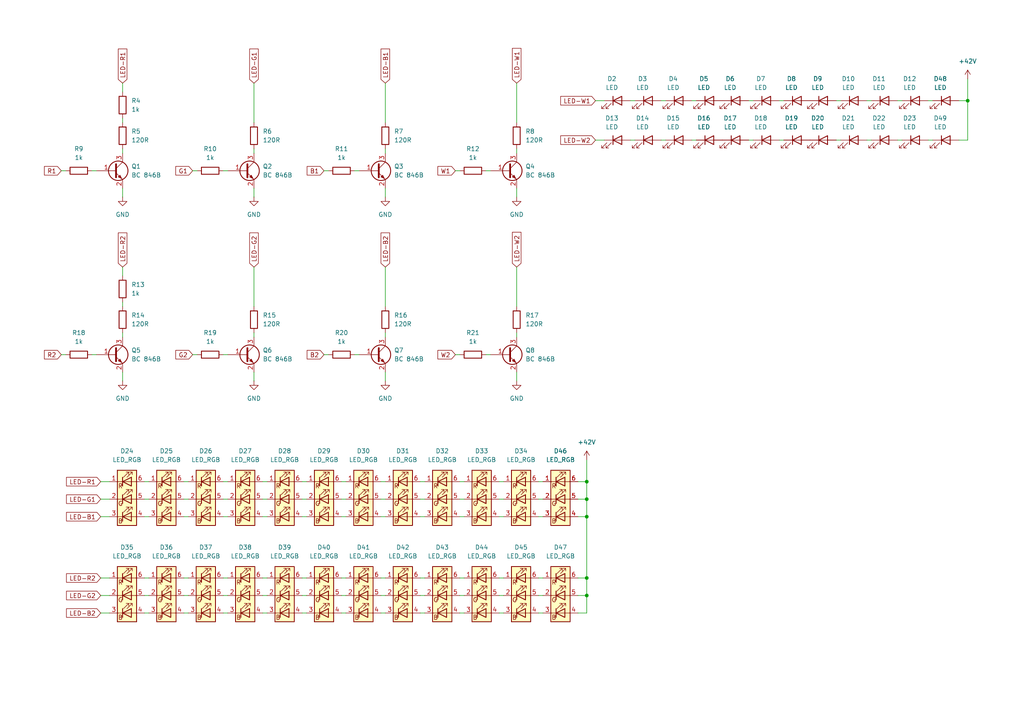
<source format=kicad_sch>
(kicad_sch (version 20231120) (generator "eeschema") (generator_version "8.0")
  (paper "A4")
  (lib_symbols
    (symbol "Device:LED" (pin_numbers hide) (pin_names (offset 1.016) hide)
      (property "Reference" "D" (at 0 2.54 0))
      (property "Value" "LED" (at 0 -2.54 0))
      (symbol "LED_0_1"
        (polyline (pts (xy -1.27 -1.27) (xy -1.27 1.27)) (stroke (width 0.254)))
        (polyline (pts (xy -1.27 0) (xy 1.27 0)))
        (polyline (pts (xy 1.27 -1.27) (xy 1.27 1.27) (xy -1.27 0) (xy 1.27 -1.27)) (stroke (width 0.254)))
        (polyline (pts (xy -3.048 -0.762) (xy -4.572 -2.286) (xy -3.81 -2.286) (xy -4.572 -2.286) (xy -4.572 -1.524)))
        (polyline (pts (xy -1.778 -0.762) (xy -3.302 -2.286) (xy -2.54 -2.286) (xy -3.302 -2.286) (xy -3.302 -1.524)))
      )
      (symbol "LED_1_1"
        (pin passive line (at -3.81 0 0) (length 2.54) (name "K") (number "1"))
        (pin passive line (at 3.81 0 180) (length 2.54) (name "A") (number "2"))
      )
    )
    (symbol "Device:LED_RGB" (pin_names (offset 0) hide)
      (property "Reference" "D" (at 0 9.398 0))
      (property "Value" "LED_RGB" (at 0 -8.89 0))
      (symbol "LED_RGB_0_0"
        (text "B" (at -1.905 -6.35 0) (effects (font (size 1.27 1.27))))
        (text "G" (at -1.905 -1.27 0) (effects (font (size 1.27 1.27))))
        (text "R" (at -1.905 3.81 0) (effects (font (size 1.27 1.27))))
      )
      (symbol "LED_RGB_0_1"
        (polyline (pts (xy -1.27 -5.08) (xy -2.54 -5.08)))
        (polyline (pts (xy -1.27 -5.08) (xy 1.27 -5.08)))
        (polyline (pts (xy -1.27 -3.81) (xy -1.27 -6.35)) (stroke (width 0.254)))
        (polyline (pts (xy -1.27 0) (xy -2.54 0)))
        (polyline (pts (xy -1.27 1.27) (xy -1.27 -1.27)) (stroke (width 0.254)))
        (polyline (pts (xy -1.27 5.08) (xy -2.54 5.08)))
        (polyline (pts (xy -1.27 5.08) (xy 1.27 5.08)))
        (polyline (pts (xy -1.27 6.35) (xy -1.27 3.81)) (stroke (width 0.254)))
        (polyline (pts (xy 1.27 -5.08) (xy 2.54 -5.08)))
        (polyline (pts (xy 1.27 0) (xy -1.27 0)))
        (polyline (pts (xy 1.27 0) (xy 2.54 0)))
        (polyline (pts (xy 1.27 5.08) (xy 2.54 5.08)))
        (polyline (pts (xy -1.27 1.27) (xy -1.27 -1.27) (xy -1.27 -1.27)))
        (polyline (pts (xy -1.27 6.35) (xy -1.27 3.81) (xy -1.27 3.81)))
        (polyline (pts (xy 1.27 -3.81) (xy 1.27 -6.35) (xy -1.27 -5.08) (xy 1.27 -3.81)) (stroke (width 0.254)))
        (polyline (pts (xy 1.27 1.27) (xy 1.27 -1.27) (xy -1.27 0) (xy 1.27 1.27)) (stroke (width 0.254)))
        (polyline (pts (xy 1.27 6.35) (xy 1.27 3.81) (xy -1.27 5.08) (xy 1.27 6.35)) (stroke (width 0.254)))
        (polyline (pts (xy -1.016 -3.81) (xy 0.508 -2.286) (xy -0.254 -2.286) (xy 0.508 -2.286) (xy 0.508 -3.048)))
        (polyline (pts (xy -1.016 1.27) (xy 0.508 2.794) (xy -0.254 2.794) (xy 0.508 2.794) (xy 0.508 2.032)))
        (polyline (pts (xy -1.016 6.35) (xy 0.508 7.874) (xy -0.254 7.874) (xy 0.508 7.874) (xy 0.508 7.112)))
        (polyline (pts (xy 0 -3.81) (xy 1.524 -2.286) (xy 0.762 -2.286) (xy 1.524 -2.286) (xy 1.524 -3.048)))
        (polyline (pts (xy 0 1.27) (xy 1.524 2.794) (xy 0.762 2.794) (xy 1.524 2.794) (xy 1.524 2.032)))
        (polyline (pts (xy 0 6.35) (xy 1.524 7.874) (xy 0.762 7.874) (xy 1.524 7.874) (xy 1.524 7.112)))
        (rectangle (start 1.27 -1.27) (end 1.27 1.27))
        (rectangle (start 1.27 1.27) (end 1.27 1.27))
        (rectangle (start 1.27 3.81) (end 1.27 6.35))
        (rectangle (start 1.27 6.35) (end 1.27 6.35))
        (rectangle (start 2.794 8.382) (end -2.794 -7.62) (stroke (width 0.254)) (fill (type background)))
      )
      (symbol "LED_RGB_1_1"
        (pin passive line (at -5.08 5.08 0) (length 2.54) (name "RK") (number "1"))
        (pin passive line (at -5.08 0 0) (length 2.54) (name "GK") (number "2"))
        (pin passive line (at -5.08 -5.08 0) (length 2.54) (name "BK") (number "3"))
        (pin passive line (at 5.08 -5.08 180) (length 2.54) (name "BA") (number "4"))
        (pin passive line (at 5.08 0 180) (length 2.54) (name "GA") (number "5"))
        (pin passive line (at 5.08 5.08 180) (length 2.54) (name "RA") (number "6"))
      )
    )
    (symbol "Device:Q_NPN_BEC" (pin_names (offset 0) hide)
      (property "Reference" "Q" (at 5.08 1.27 0))
      (property "Value" "Q_NPN_BEC" (at 5.08 -1.27 0))
      (symbol "Q_NPN_BEC_0_1"
        (polyline (pts (xy 0.635 0.635) (xy 2.54 2.54)))
        (polyline (pts (xy 0.635 -0.635) (xy 2.54 -2.54) (xy 2.54 -2.54)))
        (polyline (pts (xy 0.635 1.905) (xy 0.635 -1.905) (xy 0.635 -1.905)) (stroke (width 0.508)))
        (polyline (pts (xy 1.27 -1.778) (xy 1.778 -1.27) (xy 2.286 -2.286) (xy 1.27 -1.778) (xy 1.27 -1.778)) (fill (type outline)))
        (circle (center 1.27 0) (radius 2.8194) (stroke (width 0.254)))
      )
      (symbol "Q_NPN_BEC_1_1"
        (pin input line (at -5.08 0 0) (length 5.715) (name "B") (number "1"))
        (pin passive line (at 2.54 -5.08 90) (length 2.54) (name "E") (number "2"))
        (pin passive line (at 2.54 5.08 270) (length 2.54) (name "C") (number "3"))
      )
    )
    (symbol "Device:R" (pin_numbers hide) (pin_names (offset 0))
      (property "Reference" "R" (at 2.032 0 90))
      (property "Value" "R" (at 0 0 90))
      (symbol "R_0_1"
        (rectangle (start -1.016 -2.54) (end 1.016 2.54) (stroke (width 0.254)))
      )
      (symbol "R_1_1"
        (pin passive line (at 0 3.81 270) (length 1.27) (name "~") (number "1"))
        (pin passive line (at 0 -3.81 90) (length 1.27) (name "~") (number "2"))
      )
    )
    (symbol "power:+48V" (power) (pin_numbers hide) (pin_names (offset 0) hide)
      (property "Value" "+48V" (at 0 3.556 0))
      (symbol "+48V_0_1"
        (polyline (pts (xy -0.762 1.27) (xy 0 2.54)))
        (polyline (pts (xy 0 0) (xy 0 2.54)))
        (polyline (pts (xy 0 2.54) (xy 0.762 1.27)))
      )
      (symbol "+48V_1_1"
        (pin power_in line (at 0 0 90) (length 0) (name "~") (number "1"))
      )
    )
    (symbol "power:GND" (power) (pin_numbers hide) (pin_names (offset 0) hide)
      (property "Value" "GND" (at 0 -3.81 0))
      (symbol "GND_0_1"
        (polyline (pts (xy 0 0) (xy 0 -1.27) (xy 1.27 -1.27) (xy 0 -2.54) (xy -1.27 -1.27) (xy 0 -1.27)))
      )
      (symbol "GND_1_1"
        (pin power_in line (at 0 0 270) (length 0) (name "~") (number "1"))
      )
    )
  )
  (junction (at 170.18 139.7))
  (junction (at 170.18 144.78))
  (junction (at 170.18 149.86))
  (junction (at 170.18 172.72))
  (junction (at 170.18 167.64))
  (junction (at 280.67 29.21))
  (wire (pts (xy 149.86 43.18) (xy 149.86 44.45)))
  (wire (pts (xy 278.13 40.64) (xy 280.67 40.64)))
  (wire (pts (xy 170.18 139.7) (xy 170.18 144.78)))
  (wire (pts (xy 26.67 102.87) (xy 27.94 102.87)))
  (wire (pts (xy 87.63 149.86) (xy 88.9 149.86)))
  (wire (pts (xy 35.56 107.95) (xy 35.56 110.49)))
  (wire (pts (xy 167.64 177.8) (xy 170.18 177.8)))
  (wire (pts (xy 121.92 144.78) (xy 123.19 144.78)))
  (wire (pts (xy 144.78 172.72) (xy 146.05 172.72)))
  (wire (pts (xy 76.2 177.8) (xy 77.47 177.8)))
  (wire (pts (xy 110.49 139.7) (xy 111.76 139.7)))
  (wire (pts (xy 111.76 77.47) (xy 111.76 88.9)))
  (wire (pts (xy 149.86 77.47) (xy 149.86 88.9)))
  (wire (pts (xy 99.06 149.86) (xy 100.33 149.86)))
  (wire (pts (xy 111.76 107.95) (xy 111.76 110.49)))
  (wire (pts (xy 41.91 177.8) (xy 43.18 177.8)))
  (wire (pts (xy 29.21 144.78) (xy 31.75 144.78)))
  (wire (pts (xy 280.67 29.21) (xy 280.67 40.64)))
  (wire (pts (xy 76.2 144.78) (xy 77.47 144.78)))
  (wire (pts (xy 102.87 102.87) (xy 104.14 102.87)))
  (wire (pts (xy 102.87 49.53) (xy 104.14 49.53)))
  (wire (pts (xy 156.21 149.86) (xy 157.48 149.86)))
  (wire (pts (xy 191.77 40.64) (xy 193.04 40.64)))
  (wire (pts (xy 73.66 107.95) (xy 73.66 110.49)))
  (wire (pts (xy 99.06 172.72) (xy 100.33 172.72)))
  (wire (pts (xy 41.91 144.78) (xy 43.18 144.78)))
  (wire (pts (xy 64.77 177.8) (xy 66.04 177.8)))
  (wire (pts (xy 64.77 102.87) (xy 66.04 102.87)))
  (wire (pts (xy 35.56 43.18) (xy 35.56 44.45)))
  (wire (pts (xy 64.77 167.64) (xy 66.04 167.64)))
  (wire (pts (xy 29.21 172.72) (xy 31.75 172.72)))
  (wire (pts (xy 64.77 49.53) (xy 66.04 49.53)))
  (wire (pts (xy 170.18 133.35) (xy 170.18 139.7)))
  (wire (pts (xy 156.21 167.64) (xy 157.48 167.64)))
  (wire (pts (xy 200.66 40.64) (xy 201.93 40.64)))
  (wire (pts (xy 260.35 40.64) (xy 261.62 40.64)))
  (wire (pts (xy 170.18 172.72) (xy 170.18 177.8)))
  (wire (pts (xy 99.06 177.8) (xy 100.33 177.8)))
  (wire (pts (xy 64.77 139.7) (xy 66.04 139.7)))
  (wire (pts (xy 99.06 144.78) (xy 100.33 144.78)))
  (wire (pts (xy 133.35 139.7) (xy 134.62 139.7)))
  (wire (pts (xy 64.77 172.72) (xy 66.04 172.72)))
  (wire (pts (xy 149.86 107.95) (xy 149.86 110.49)))
  (wire (pts (xy 99.06 139.7) (xy 100.33 139.7)))
  (wire (pts (xy 53.34 149.86) (xy 54.61 149.86)))
  (wire (pts (xy 226.06 40.64) (xy 227.33 40.64)))
  (wire (pts (xy 172.72 29.21) (xy 175.26 29.21)))
  (wire (pts (xy 269.24 40.64) (xy 270.51 40.64)))
  (wire (pts (xy 110.49 167.64) (xy 111.76 167.64)))
  (wire (pts (xy 167.64 144.78) (xy 170.18 144.78)))
  (wire (pts (xy 121.92 177.8) (xy 123.19 177.8)))
  (wire (pts (xy 191.77 29.21) (xy 193.04 29.21)))
  (wire (pts (xy 29.21 177.8) (xy 31.75 177.8)))
  (wire (pts (xy 29.21 167.64) (xy 31.75 167.64)))
  (wire (pts (xy 110.49 172.72) (xy 111.76 172.72)))
  (wire (pts (xy 53.34 172.72) (xy 54.61 172.72)))
  (wire (pts (xy 87.63 139.7) (xy 88.9 139.7)))
  (wire (pts (xy 93.98 102.87) (xy 95.25 102.87)))
  (wire (pts (xy 35.56 77.47) (xy 35.56 80.01)))
  (wire (pts (xy 73.66 24.13) (xy 73.66 35.56)))
  (wire (pts (xy 140.97 49.53) (xy 142.24 49.53)))
  (wire (pts (xy 133.35 177.8) (xy 134.62 177.8)))
  (wire (pts (xy 167.64 172.72) (xy 170.18 172.72)))
  (wire (pts (xy 26.67 49.53) (xy 27.94 49.53)))
  (wire (pts (xy 29.21 149.86) (xy 31.75 149.86)))
  (wire (pts (xy 87.63 177.8) (xy 88.9 177.8)))
  (wire (pts (xy 29.21 139.7) (xy 31.75 139.7)))
  (wire (pts (xy 226.06 29.21) (xy 227.33 29.21)))
  (wire (pts (xy 133.35 149.86) (xy 134.62 149.86)))
  (wire (pts (xy 55.88 102.87) (xy 57.15 102.87)))
  (wire (pts (xy 121.92 149.86) (xy 123.19 149.86)))
  (wire (pts (xy 149.86 24.13) (xy 149.86 35.56)))
  (wire (pts (xy 87.63 167.64) (xy 88.9 167.64)))
  (wire (pts (xy 53.34 167.64) (xy 54.61 167.64)))
  (wire (pts (xy 144.78 167.64) (xy 146.05 167.64)))
  (wire (pts (xy 17.78 102.87) (xy 19.05 102.87)))
  (wire (pts (xy 41.91 149.86) (xy 43.18 149.86)))
  (wire (pts (xy 144.78 144.78) (xy 146.05 144.78)))
  (wire (pts (xy 121.92 172.72) (xy 123.19 172.72)))
  (wire (pts (xy 149.86 96.52) (xy 149.86 97.79)))
  (wire (pts (xy 17.78 49.53) (xy 19.05 49.53)))
  (wire (pts (xy 73.66 96.52) (xy 73.66 97.79)))
  (wire (pts (xy 200.66 29.21) (xy 201.93 29.21)))
  (wire (pts (xy 87.63 144.78) (xy 88.9 144.78)))
  (wire (pts (xy 35.56 96.52) (xy 35.56 97.79)))
  (wire (pts (xy 170.18 144.78) (xy 170.18 149.86)))
  (wire (pts (xy 144.78 149.86) (xy 146.05 149.86)))
  (wire (pts (xy 167.64 167.64) (xy 170.18 167.64)))
  (wire (pts (xy 93.98 49.53) (xy 95.25 49.53)))
  (wire (pts (xy 99.06 167.64) (xy 100.33 167.64)))
  (wire (pts (xy 167.64 139.7) (xy 170.18 139.7)))
  (wire (pts (xy 121.92 167.64) (xy 123.19 167.64)))
  (wire (pts (xy 269.24 29.21) (xy 270.51 29.21)))
  (wire (pts (xy 76.2 149.86) (xy 77.47 149.86)))
  (wire (pts (xy 133.35 167.64) (xy 134.62 167.64)))
  (wire (pts (xy 41.91 172.72) (xy 43.18 172.72)))
  (wire (pts (xy 149.86 54.61) (xy 149.86 57.15)))
  (wire (pts (xy 64.77 144.78) (xy 66.04 144.78)))
  (wire (pts (xy 156.21 144.78) (xy 157.48 144.78)))
  (wire (pts (xy 167.64 149.86) (xy 170.18 149.86)))
  (wire (pts (xy 251.46 29.21) (xy 252.73 29.21)))
  (wire (pts (xy 73.66 43.18) (xy 73.66 44.45)))
  (wire (pts (xy 41.91 139.7) (xy 43.18 139.7)))
  (wire (pts (xy 76.2 167.64) (xy 77.47 167.64)))
  (wire (pts (xy 144.78 139.7) (xy 146.05 139.7)))
  (wire (pts (xy 133.35 172.72) (xy 134.62 172.72)))
  (wire (pts (xy 110.49 144.78) (xy 111.76 144.78)))
  (wire (pts (xy 132.08 102.87) (xy 133.35 102.87)))
  (wire (pts (xy 242.57 40.64) (xy 243.84 40.64)))
  (wire (pts (xy 53.34 144.78) (xy 54.61 144.78)))
  (wire (pts (xy 64.77 149.86) (xy 66.04 149.86)))
  (wire (pts (xy 35.56 54.61) (xy 35.56 57.15)))
  (wire (pts (xy 110.49 177.8) (xy 111.76 177.8)))
  (wire (pts (xy 76.2 172.72) (xy 77.47 172.72)))
  (wire (pts (xy 182.88 40.64) (xy 184.15 40.64)))
  (wire (pts (xy 76.2 139.7) (xy 77.47 139.7)))
  (wire (pts (xy 217.17 29.21) (xy 218.44 29.21)))
  (wire (pts (xy 111.76 96.52) (xy 111.76 97.79)))
  (wire (pts (xy 111.76 54.61) (xy 111.76 57.15)))
  (wire (pts (xy 170.18 149.86) (xy 170.18 167.64)))
  (wire (pts (xy 278.13 29.21) (xy 280.67 29.21)))
  (wire (pts (xy 260.35 29.21) (xy 261.62 29.21)))
  (wire (pts (xy 35.56 34.29) (xy 35.56 35.56)))
  (wire (pts (xy 156.21 177.8) (xy 157.48 177.8)))
  (wire (pts (xy 172.72 40.64) (xy 175.26 40.64)))
  (wire (pts (xy 35.56 87.63) (xy 35.56 88.9)))
  (wire (pts (xy 55.88 49.53) (xy 57.15 49.53)))
  (wire (pts (xy 111.76 24.13) (xy 111.76 35.56)))
  (wire (pts (xy 110.49 149.86) (xy 111.76 149.86)))
  (wire (pts (xy 87.63 172.72) (xy 88.9 172.72)))
  (wire (pts (xy 133.35 144.78) (xy 134.62 144.78)))
  (wire (pts (xy 144.78 177.8) (xy 146.05 177.8)))
  (wire (pts (xy 251.46 40.64) (xy 252.73 40.64)))
  (wire (pts (xy 35.56 24.13) (xy 35.56 26.67)))
  (wire (pts (xy 156.21 172.72) (xy 157.48 172.72)))
  (wire (pts (xy 132.08 49.53) (xy 133.35 49.53)))
  (wire (pts (xy 182.88 29.21) (xy 184.15 29.21)))
  (wire (pts (xy 73.66 54.61) (xy 73.66 57.15)))
  (wire (pts (xy 53.34 177.8) (xy 54.61 177.8)))
  (wire (pts (xy 121.92 139.7) (xy 123.19 139.7)))
  (wire (pts (xy 280.67 22.86) (xy 280.67 29.21)))
  (wire (pts (xy 217.17 40.64) (xy 218.44 40.64)))
  (wire (pts (xy 41.91 167.64) (xy 43.18 167.64)))
  (wire (pts (xy 111.76 43.18) (xy 111.76 44.45)))
  (wire (pts (xy 242.57 29.21) (xy 243.84 29.21)))
  (wire (pts (xy 156.21 139.7) (xy 157.48 139.7)))
  (wire (pts (xy 170.18 167.64) (xy 170.18 172.72)))
  (wire (pts (xy 53.34 139.7) (xy 54.61 139.7)))
  (wire (pts (xy 73.66 77.47) (xy 73.66 88.9)))
  (wire (pts (xy 140.97 102.87) (xy 142.24 102.87)))
  (global_label "B1" (shape input) (at 93.98 49.53 180) (property "Intersheetrefs" "${INTERSHEET_REFS}" (effects (hide yes))))
  (global_label "G1" (shape input) (at 55.88 49.53 180) (property "Intersheetrefs" "${INTERSHEET_REFS}" (effects (hide yes))))
  (global_label "LED-G1" (shape input) (at 29.21 144.78 180) (property "Intersheetrefs" "${INTERSHEET_REFS}" (effects (hide yes))))
  (global_label "W1" (shape input) (at 132.08 49.53 180) (property "Intersheetrefs" "${INTERSHEET_REFS}" (effects (hide yes))))
  (global_label "LED-G2" (shape input) (at 73.66 77.47 90) (property "Intersheetrefs" "${INTERSHEET_REFS}" (effects (hide yes))))
  (global_label "W2" (shape input) (at 132.08 102.87 180) (property "Intersheetrefs" "${INTERSHEET_REFS}" (effects (hide yes))))
  (global_label "LED-B1" (shape input) (at 29.21 149.86 180) (property "Intersheetrefs" "${INTERSHEET_REFS}" (effects (hide yes))))
  (global_label "B2" (shape input) (at 93.98 102.87 180) (property "Intersheetrefs" "${INTERSHEET_REFS}" (effects (hide yes))))
  (global_label "G2" (shape input) (at 55.88 102.87 180) (property "Intersheetrefs" "${INTERSHEET_REFS}" (effects (hide yes))))
  (global_label "LED-W1" (shape input) (at 149.86 24.13 90) (property "Intersheetrefs" "${INTERSHEET_REFS}" (effects (hide yes))))
  (global_label "R2" (shape input) (at 17.78 102.87 180) (property "Intersheetrefs" "${INTERSHEET_REFS}" (effects (hide yes))))
  (global_label "LED-G2" (shape input) (at 29.21 172.72 180) (property "Intersheetrefs" "${INTERSHEET_REFS}" (effects (hide yes))))
  (global_label "LED-B2" (shape input) (at 29.21 177.8 180) (property "Intersheetrefs" "${INTERSHEET_REFS}" (effects (hide yes))))
  (global_label "LED-B2" (shape input) (at 111.76 77.47 90) (property "Intersheetrefs" "${INTERSHEET_REFS}" (effects (hide yes))))
  (global_label "LED-W1" (shape input) (at 172.72 29.21 180) (property "Intersheetrefs" "${INTERSHEET_REFS}" (effects (hide yes))))
  (global_label "R1" (shape input) (at 17.78 49.53 180) (property "Intersheetrefs" "${INTERSHEET_REFS}" (effects (hide yes))))
  (global_label "LED-W2" (shape input) (at 172.72 40.64 180) (property "Intersheetrefs" "${INTERSHEET_REFS}" (effects (hide yes))))
  (global_label "LED-R1" (shape input) (at 35.56 24.13 90) (property "Intersheetrefs" "${INTERSHEET_REFS}" (effects (hide yes))))
  (global_label "LED-W2" (shape input) (at 149.86 77.47 90) (property "Intersheetrefs" "${INTERSHEET_REFS}" (effects (hide yes))))
  (global_label "LED-R2" (shape input) (at 29.21 167.64 180) (property "Intersheetrefs" "${INTERSHEET_REFS}" (effects (hide yes))))
  (global_label "LED-R1" (shape input) (at 29.21 139.7 180) (property "Intersheetrefs" "${INTERSHEET_REFS}" (effects (hide yes))))
  (global_label "LED-B1" (shape input) (at 111.76 24.13 90) (property "Intersheetrefs" "${INTERSHEET_REFS}" (effects (hide yes))))
  (global_label "LED-G1" (shape input) (at 73.66 24.13 90) (property "Intersheetrefs" "${INTERSHEET_REFS}" (effects (hide yes))))
  (global_label "LED-R2" (shape input) (at 35.56 77.47 90) (property "Intersheetrefs" "${INTERSHEET_REFS}" (effects (hide yes))))
  (symbol (lib_id "Device:LED") (at 256.54 29.21 0) (unit 1)
    (property "Reference" "D11" (at 254.9525 22.86 0))
    (property "Value" "LED" (at 254.9525 25.4 0))
    (property "Footprint" "LED_SMD:LED_PLCC_2835" (effects (hide yes)))
    (property "Description" "Light emitting diode" (effects (hide yes)))
  )
  (symbol (lib_id "Device:LED_RGB") (at 71.12 172.72 0) (unit 1)
    (property "Reference" "D38" (at 71.12 158.75 0))
    (property "Value" "LED_RGB" (at 71.12 161.29 0))
    (property "Footprint" "LED_SMD:LED_RGB_5050-6" (effects (hide yes)))
    (property "Description" "RGB LED, 6 pin package" (effects (hide yes)))
  )
  (symbol (lib_id "Device:LED_RGB") (at 48.26 172.72 0) (unit 1)
    (property "Reference" "D36" (at 48.26 158.75 0))
    (property "Value" "LED_RGB" (at 48.26 161.29 0))
    (property "Footprint" "LED_SMD:LED_RGB_5050-6" (effects (hide yes)))
    (property "Description" "RGB LED, 6 pin package" (effects (hide yes)))
  )
  (symbol (lib_id "Device:LED") (at 256.54 40.64 0) (unit 1)
    (property "Reference" "D22" (at 254.9525 34.29 0))
    (property "Value" "LED" (at 254.9525 36.83 0))
    (property "Footprint" "LED_SMD:LED_PLCC_2835" (effects (hide yes)))
    (property "Description" "Light emitting diode" (effects (hide yes)))
  )
  (symbol (lib_id "Device:R") (at 22.86 49.53 90) (unit 1)
    (property "Reference" "R9" (at 22.86 43.18 90))
    (property "Value" "1k" (at 22.86 45.72 90))
    (property "Footprint" "Resistor_SMD:R_0805_2012Metric" (effects (hide yes)))
    (property "Description" "Resistor" (effects (hide yes)))
  )
  (symbol (lib_id "Device:LED") (at 179.07 29.21 0) (unit 1)
    (property "Reference" "D2" (at 177.4825 22.86 0))
    (property "Value" "LED" (at 177.4825 25.4 0))
    (property "Footprint" "LED_SMD:LED_PLCC_2835" (effects (hide yes)))
    (property "Description" "Light emitting diode" (effects (hide yes)))
  )
  (symbol (lib_id "Device:R") (at 99.06 49.53 90) (unit 1)
    (property "Reference" "R11" (at 99.06 43.18 90))
    (property "Value" "1k" (at 99.06 45.72 90))
    (property "Footprint" "Resistor_SMD:R_0805_2012Metric" (effects (hide yes)))
    (property "Description" "Resistor" (effects (hide yes)))
  )
  (symbol (lib_id "Device:LED_RGB") (at 128.27 172.72 0) (unit 1)
    (property "Reference" "D43" (at 128.27 158.75 0))
    (property "Value" "LED_RGB" (at 128.27 161.29 0))
    (property "Footprint" "LED_SMD:LED_RGB_5050-6" (effects (hide yes)))
    (property "Description" "RGB LED, 6 pin package" (effects (hide yes)))
  )
  (symbol (lib_id "Device:LED_RGB") (at 105.41 172.72 0) (unit 1)
    (property "Reference" "D41" (at 105.41 158.75 0))
    (property "Value" "LED_RGB" (at 105.41 161.29 0))
    (property "Footprint" "LED_SMD:LED_RGB_5050-6" (effects (hide yes)))
    (property "Description" "RGB LED, 6 pin package" (effects (hide yes)))
  )
  (symbol (lib_id "Device:Q_NPN_BEC") (at 147.32 102.87 0) (unit 1)
    (property "Reference" "Q8" (at 152.4 101.5999 0) (effects (justify left)))
    (property "Value" "BC 846B" (at 152.4 104.1399 0) (effects (justify left)))
    (property "Footprint" "Package_TO_SOT_SMD:TSOT-23" (effects (hide yes)))
    (property "Description" "NPN transistor, base/emitter/collector" (effects (hide yes)))
  )
  (symbol (lib_id "Device:LED") (at 205.74 40.64 0) (unit 1)
    (property "Reference" "D16" (at 204.1525 34.29 0))
    (property "Value" "LED" (at 204.1525 36.83 0))
    (property "Footprint" "LED_SMD:LED_PLCC_2835" (effects (hide yes)))
    (property "Description" "Light emitting diode" (effects (hide yes)))
  )
  (symbol (lib_id "Device:Q_NPN_BEC") (at 147.32 49.53 0) (unit 1)
    (property "Reference" "Q4" (at 152.4 48.2599 0) (effects (justify left)))
    (property "Value" "BC 846B" (at 152.4 50.7999 0) (effects (justify left)))
    (property "Footprint" "Package_TO_SOT_SMD:TSOT-23" (effects (hide yes)))
    (property "Description" "NPN transistor, base/emitter/collector" (effects (hide yes)))
  )
  (symbol (lib_id "Device:R") (at 111.76 92.71 0) (unit 1)
    (property "Reference" "R16" (at 114.3 91.4399 0) (effects (justify left)))
    (property "Value" "120R" (at 114.3 93.9799 0) (effects (justify left)))
    (property "Footprint" "Resistor_SMD:R_0805_2012Metric" (effects (hide yes)))
    (property "Description" "Resistor" (effects (hide yes)))
  )
  (symbol (lib_id "Device:Q_NPN_BEC") (at 33.02 102.87 0) (unit 1)
    (property "Reference" "Q5" (at 38.1 101.5999 0) (effects (justify left)))
    (property "Value" "BC 846B" (at 38.1 104.1399 0) (effects (justify left)))
    (property "Footprint" "Package_TO_SOT_SMD:TSOT-23" (effects (hide yes)))
    (property "Description" "NPN transistor, base/emitter/collector" (effects (hide yes)))
  )
  (symbol (lib_id "Device:Q_NPN_BEC") (at 71.12 102.87 0) (unit 1)
    (property "Reference" "Q6" (at 76.2 101.5999 0) (effects (justify left)))
    (property "Value" "BC 846B" (at 76.2 104.1399 0) (effects (justify left)))
    (property "Footprint" "Package_TO_SOT_SMD:TSOT-23" (effects (hide yes)))
    (property "Description" "NPN transistor, base/emitter/collector" (effects (hide yes)))
  )
  (symbol (lib_id "Device:Q_NPN_BEC") (at 109.22 102.87 0) (unit 1)
    (property "Reference" "Q7" (at 114.3 101.5999 0) (effects (justify left)))
    (property "Value" "BC 846B" (at 114.3 104.1399 0) (effects (justify left)))
    (property "Footprint" "Package_TO_SOT_SMD:TSOT-23" (effects (hide yes)))
    (property "Description" "NPN transistor, base/emitter/collector" (effects (hide yes)))
  )
  (symbol (lib_id "Device:LED") (at 274.32 40.64 0) (unit 1)
    (property "Reference" "D49" (at 272.7325 34.29 0))
    (property "Value" "LED" (at 272.7325 36.83 0))
    (property "Footprint" "LED_SMD:LED_PLCC_2835" (effects (hide yes)))
    (property "Description" "Light emitting diode" (effects (hide yes)))
  )
  (symbol (lib_id "Device:R") (at 111.76 39.37 0) (unit 1)
    (property "Reference" "R7" (at 114.3 38.0999 0) (effects (justify left)))
    (property "Value" "120R" (at 114.3 40.6399 0) (effects (justify left)))
    (property "Footprint" "Resistor_SMD:R_0805_2012Metric" (effects (hide yes)))
    (property "Description" "Resistor" (effects (hide yes)))
  )
  (symbol (lib_id "Device:R") (at 149.86 92.71 0) (unit 1)
    (property "Reference" "R17" (at 152.4 91.4399 0) (effects (justify left)))
    (property "Value" "120R" (at 152.4 93.9799 0) (effects (justify left)))
    (property "Footprint" "Resistor_SMD:R_0805_2012Metric" (effects (hide yes)))
    (property "Description" "Resistor" (effects (hide yes)))
  )
  (symbol (lib_id "Device:Q_NPN_BEC") (at 71.12 49.53 0) (unit 1)
    (property "Reference" "Q2" (at 76.2 48.2599 0) (effects (justify left)))
    (property "Value" "BC 846B" (at 76.2 50.7999 0) (effects (justify left)))
    (property "Footprint" "Package_TO_SOT_SMD:TSOT-23" (effects (hide yes)))
    (property "Description" "NPN transistor, base/emitter/collector" (effects (hide yes)))
  )
  (symbol (lib_id "Device:LED_RGB") (at 151.13 172.72 0) (unit 1)
    (property "Reference" "D45" (at 151.13 158.75 0))
    (property "Value" "LED_RGB" (at 151.13 161.29 0))
    (property "Footprint" "LED_SMD:LED_RGB_5050-6" (effects (hide yes)))
    (property "Description" "RGB LED, 6 pin package" (effects (hide yes)))
  )
  (symbol (lib_id "Device:LED") (at 247.65 40.64 0) (unit 1)
    (property "Reference" "D21" (at 246.0625 34.29 0))
    (property "Value" "LED" (at 246.0625 36.83 0))
    (property "Footprint" "LED_SMD:LED_PLCC_2835" (effects (hide yes)))
    (property "Description" "Light emitting diode" (effects (hide yes)))
  )
  (symbol (lib_id "Device:R") (at 35.56 39.37 0) (unit 1)
    (property "Reference" "R5" (at 38.1 38.0999 0) (effects (justify left)))
    (property "Value" "120R" (at 38.1 40.6399 0) (effects (justify left)))
    (property "Footprint" "Resistor_SMD:R_0805_2012Metric" (effects (hide yes)))
    (property "Description" "Resistor" (effects (hide yes)))
  )
  (symbol (lib_id "Device:LED") (at 196.85 40.64 0) (unit 1)
    (property "Reference" "D15" (at 195.2625 34.29 0))
    (property "Value" "LED" (at 195.2625 36.83 0))
    (property "Footprint" "LED_SMD:LED_PLCC_2835" (effects (hide yes)))
    (property "Description" "Light emitting diode" (effects (hide yes)))
  )
  (symbol (lib_id "Device:LED_RGB") (at 59.69 172.72 0) (unit 1)
    (property "Reference" "D37" (at 59.69 158.75 0))
    (property "Value" "LED_RGB" (at 59.69 161.29 0))
    (property "Footprint" "LED_SMD:LED_RGB_5050-6" (effects (hide yes)))
    (property "Description" "RGB LED, 6 pin package" (effects (hide yes)))
  )
  (symbol (lib_id "Device:R") (at 137.16 102.87 90) (unit 1)
    (property "Reference" "R21" (at 137.16 96.52 90))
    (property "Value" "1k" (at 137.16 99.06 90))
    (property "Footprint" "Resistor_SMD:R_0805_2012Metric" (effects (hide yes)))
    (property "Description" "Resistor" (effects (hide yes)))
  )
  (symbol (lib_id "Device:LED_RGB") (at 82.55 172.72 0) (unit 1)
    (property "Reference" "D39" (at 82.55 158.75 0))
    (property "Value" "LED_RGB" (at 82.55 161.29 0))
    (property "Footprint" "LED_SMD:LED_RGB_5050-6" (effects (hide yes)))
    (property "Description" "RGB LED, 6 pin package" (effects (hide yes)))
  )
  (symbol (lib_id "Device:LED") (at 187.96 29.21 0) (unit 1)
    (property "Reference" "D3" (at 186.3725 22.86 0))
    (property "Value" "LED" (at 186.3725 25.4 0))
    (property "Footprint" "LED_SMD:LED_PLCC_2835" (effects (hide yes)))
    (property "Description" "Light emitting diode" (effects (hide yes)))
  )
  (symbol (lib_id "Device:LED") (at 265.43 40.64 0) (unit 1)
    (property "Reference" "D23" (at 263.8425 34.29 0))
    (property "Value" "LED" (at 263.8425 36.83 0))
    (property "Footprint" "LED_SMD:LED_PLCC_2835" (effects (hide yes)))
    (property "Description" "Light emitting diode" (effects (hide yes)))
  )
  (symbol (lib_id "power:GND") (at 149.86 57.15 0) (unit 1)
    (property "Reference" "#PWR024" (effects (hide yes)))
    (property "Value" "GND" (at 149.86 62.23 0))
    (property "Description" "Power symbol creates a global label with name \"GND\" , ground" (effects (hide yes)))
  )
  (symbol (lib_id "Device:LED_RGB") (at 139.7 172.72 0) (unit 1)
    (property "Reference" "D44" (at 139.7 158.75 0))
    (property "Value" "LED_RGB" (at 139.7 161.29 0))
    (property "Footprint" "LED_SMD:LED_RGB_5050-6" (effects (hide yes)))
    (property "Description" "RGB LED, 6 pin package" (effects (hide yes)))
  )
  (symbol (lib_id "power:GND") (at 35.56 57.15 0) (unit 1)
    (property "Reference" "#PWR021" (effects (hide yes)))
    (property "Value" "GND" (at 35.56 62.23 0))
    (property "Description" "Power symbol creates a global label with name \"GND\" , ground" (effects (hide yes)))
  )
  (symbol (lib_id "Device:R") (at 35.56 30.48 0) (unit 1)
    (property "Reference" "R4" (at 38.1 29.2099 0) (effects (justify left)))
    (property "Value" "1k" (at 38.1 31.7499 0) (effects (justify left)))
    (property "Footprint" "Resistor_SMD:R_1206_3216Metric" (effects (hide yes)))
    (property "Description" "Resistor" (effects (hide yes)))
  )
  (symbol (lib_id "Device:LED") (at 274.32 29.21 0) (unit 1)
    (property "Reference" "D48" (at 272.7325 22.86 0))
    (property "Value" "LED" (at 272.7325 25.4 0))
    (property "Footprint" "LED_SMD:LED_PLCC_2835" (effects (hide yes)))
    (property "Description" "Light emitting diode" (effects (hide yes)))
  )
  (symbol (lib_id "power:GND") (at 35.56 110.49 0) (unit 1)
    (property "Reference" "#PWR025" (effects (hide yes)))
    (property "Value" "GND" (at 35.56 115.57 0))
    (property "Description" "Power symbol creates a global label with name \"GND\" , ground" (effects (hide yes)))
  )
  (symbol (lib_id "power:+48V") (at 170.18 133.35 0) (unit 1)
    (property "Reference" "#PWR029" (effects (hide yes)))
    (property "Value" "+42V" (at 170.18 128.27 0))
    (property "Description" "Power symbol creates a global label with name \"+48V\"" (effects (hide yes)))
  )
  (symbol (lib_id "Device:LED_RGB") (at 36.83 172.72 0) (unit 1)
    (property "Reference" "D35" (at 36.83 158.75 0))
    (property "Value" "LED_RGB" (at 36.83 161.29 0))
    (property "Footprint" "LED_SMD:LED_RGB_5050-6" (effects (hide yes)))
    (property "Description" "RGB LED, 6 pin package" (effects (hide yes)))
  )
  (symbol (lib_id "Device:LED") (at 247.65 29.21 0) (unit 1)
    (property "Reference" "D10" (at 246.0625 22.86 0))
    (property "Value" "LED" (at 246.0625 25.4 0))
    (property "Footprint" "LED_SMD:LED_PLCC_2835" (effects (hide yes)))
    (property "Description" "Light emitting diode" (effects (hide yes)))
  )
  (symbol (lib_id "Device:LED_RGB") (at 139.7 144.78 0) (unit 1)
    (property "Reference" "D33" (at 139.7 130.81 0))
    (property "Value" "LED_RGB" (at 139.7 133.35 0))
    (property "Footprint" "LED_SMD:LED_RGB_5050-6" (effects (hide yes)))
    (property "Description" "RGB LED, 6 pin package" (effects (hide yes)))
  )
  (symbol (lib_id "Device:LED_RGB") (at 151.13 144.78 0) (unit 1)
    (property "Reference" "D34" (at 151.13 130.81 0))
    (property "Value" "LED_RGB" (at 151.13 133.35 0))
    (property "Footprint" "LED_SMD:LED_RGB_5050-6" (effects (hide yes)))
    (property "Description" "RGB LED, 6 pin package" (effects (hide yes)))
  )
  (symbol (lib_id "Device:LED_RGB") (at 82.55 144.78 0) (unit 1)
    (property "Reference" "D28" (at 82.55 130.81 0))
    (property "Value" "LED_RGB" (at 82.55 133.35 0))
    (property "Footprint" "LED_SMD:LED_RGB_5050-6" (effects (hide yes)))
    (property "Description" "RGB LED, 6 pin package" (effects (hide yes)))
  )
  (symbol (lib_id "power:GND") (at 73.66 110.49 0) (unit 1)
    (property "Reference" "#PWR026" (effects (hide yes)))
    (property "Value" "GND" (at 73.66 115.57 0))
    (property "Description" "Power symbol creates a global label with name \"GND\" , ground" (effects (hide yes)))
  )
  (symbol (lib_id "Device:R") (at 35.56 83.82 0) (unit 1)
    (property "Reference" "R13" (at 38.1 82.5499 0) (effects (justify left)))
    (property "Value" "1k" (at 38.1 85.0899 0) (effects (justify left)))
    (property "Footprint" "Resistor_SMD:R_1206_3216Metric" (effects (hide yes)))
    (property "Description" "Resistor" (effects (hide yes)))
  )
  (symbol (lib_id "Device:LED") (at 222.25 29.21 0) (unit 1)
    (property "Reference" "D7" (at 220.6625 22.86 0))
    (property "Value" "LED" (at 220.6625 25.4 0))
    (property "Footprint" "LED_SMD:LED_PLCC_2835" (effects (hide yes)))
    (property "Description" "Light emitting diode" (effects (hide yes)))
  )
  (symbol (lib_id "Device:LED") (at 205.74 29.21 0) (unit 1)
    (property "Reference" "D5" (at 204.1525 22.86 0))
    (property "Value" "LED" (at 204.1525 25.4 0))
    (property "Footprint" "LED_SMD:LED_PLCC_2835" (effects (hide yes)))
    (property "Description" "Light emitting diode" (effects (hide yes)))
  )
  (symbol (lib_id "Device:LED_RGB") (at 71.12 144.78 0) (unit 1)
    (property "Reference" "D27" (at 71.12 130.81 0))
    (property "Value" "LED_RGB" (at 71.12 133.35 0))
    (property "Footprint" "LED_SMD:LED_RGB_5050-6" (effects (hide yes)))
    (property "Description" "RGB LED, 6 pin package" (effects (hide yes)))
  )
  (symbol (lib_id "Device:LED") (at 238.76 40.64 0) (unit 1)
    (property "Reference" "D20" (at 237.1725 34.29 0))
    (property "Value" "LED" (at 237.1725 36.83 0))
    (property "Footprint" "LED_SMD:LED_PLCC_2835" (effects (hide yes)))
    (property "Description" "Light emitting diode" (effects (hide yes)))
  )
  (symbol (lib_id "Device:R") (at 73.66 92.71 0) (unit 1)
    (property "Reference" "R15" (at 76.2 91.4399 0) (effects (justify left)))
    (property "Value" "120R" (at 76.2 93.9799 0) (effects (justify left)))
    (property "Footprint" "Resistor_SMD:R_0805_2012Metric" (effects (hide yes)))
    (property "Description" "Resistor" (effects (hide yes)))
  )
  (symbol (lib_id "Device:LED_RGB") (at 116.84 144.78 0) (unit 1)
    (property "Reference" "D31" (at 116.84 130.81 0))
    (property "Value" "LED_RGB" (at 116.84 133.35 0))
    (property "Footprint" "LED_SMD:LED_RGB_5050-6" (effects (hide yes)))
    (property "Description" "RGB LED, 6 pin package" (effects (hide yes)))
  )
  (symbol (lib_id "Device:Q_NPN_BEC") (at 109.22 49.53 0) (unit 1)
    (property "Reference" "Q3" (at 114.3 48.2599 0) (effects (justify left)))
    (property "Value" "BC 846B" (at 114.3 50.7999 0) (effects (justify left)))
    (property "Footprint" "Package_TO_SOT_SMD:TSOT-23" (effects (hide yes)))
    (property "Description" "NPN transistor, base/emitter/collector" (effects (hide yes)))
  )
  (symbol (lib_id "Device:LED") (at 196.85 29.21 0) (unit 1)
    (property "Reference" "D4" (at 195.2625 22.86 0))
    (property "Value" "LED" (at 195.2625 25.4 0))
    (property "Footprint" "LED_SMD:LED_PLCC_2835" (effects (hide yes)))
    (property "Description" "Light emitting diode" (effects (hide yes)))
  )
  (symbol (lib_id "Device:LED_RGB") (at 105.41 144.78 0) (unit 1)
    (property "Reference" "D30" (at 105.41 130.81 0))
    (property "Value" "LED_RGB" (at 105.41 133.35 0))
    (property "Footprint" "LED_SMD:LED_RGB_5050-6" (effects (hide yes)))
    (property "Description" "RGB LED, 6 pin package" (effects (hide yes)))
  )
  (symbol (lib_id "Device:R") (at 99.06 102.87 90) (unit 1)
    (property "Reference" "R20" (at 99.06 96.52 90))
    (property "Value" "1k" (at 99.06 99.06 90))
    (property "Footprint" "Resistor_SMD:R_0805_2012Metric" (effects (hide yes)))
    (property "Description" "Resistor" (effects (hide yes)))
  )
  (symbol (lib_id "Device:R") (at 22.86 102.87 90) (unit 1)
    (property "Reference" "R18" (at 22.86 96.52 90))
    (property "Value" "1k" (at 22.86 99.06 90))
    (property "Footprint" "Resistor_SMD:R_0805_2012Metric" (effects (hide yes)))
    (property "Description" "Resistor" (effects (hide yes)))
  )
  (symbol (lib_id "Device:LED_RGB") (at 93.98 144.78 0) (unit 1)
    (property "Reference" "D29" (at 93.98 130.81 0))
    (property "Value" "LED_RGB" (at 93.98 133.35 0))
    (property "Footprint" "LED_SMD:LED_RGB_5050-6" (effects (hide yes)))
    (property "Description" "RGB LED, 6 pin package" (effects (hide yes)))
  )
  (symbol (lib_id "Device:LED") (at 231.14 29.21 0) (unit 1)
    (property "Reference" "D8" (at 229.5525 22.86 0))
    (property "Value" "LED" (at 229.5525 25.4 0))
    (property "Footprint" "LED_SMD:LED_PLCC_2835" (effects (hide yes)))
    (property "Description" "Light emitting diode" (effects (hide yes)))
  )
  (symbol (lib_id "Device:LED_RGB") (at 59.69 144.78 0) (unit 1)
    (property "Reference" "D26" (at 59.69 130.81 0))
    (property "Value" "LED_RGB" (at 59.69 133.35 0))
    (property "Footprint" "LED_SMD:LED_RGB_5050-6" (effects (hide yes)))
    (property "Description" "RGB LED, 6 pin package" (effects (hide yes)))
  )
  (symbol (lib_id "Device:R") (at 60.96 102.87 90) (unit 1)
    (property "Reference" "R19" (at 60.96 96.52 90))
    (property "Value" "1k" (at 60.96 99.06 90))
    (property "Footprint" "Resistor_SMD:R_0805_2012Metric" (effects (hide yes)))
    (property "Description" "Resistor" (effects (hide yes)))
  )
  (symbol (lib_id "Device:R") (at 35.56 92.71 0) (unit 1)
    (property "Reference" "R14" (at 38.1 91.4399 0) (effects (justify left)))
    (property "Value" "120R" (at 38.1 93.9799 0) (effects (justify left)))
    (property "Footprint" "Resistor_SMD:R_0805_2012Metric" (effects (hide yes)))
    (property "Description" "Resistor" (effects (hide yes)))
  )
  (symbol (lib_id "Device:LED") (at 179.07 40.64 0) (unit 1)
    (property "Reference" "D13" (at 177.4825 34.29 0))
    (property "Value" "LED" (at 177.4825 36.83 0))
    (property "Footprint" "LED_SMD:LED_PLCC_2835" (effects (hide yes)))
    (property "Description" "Light emitting diode" (effects (hide yes)))
  )
  (symbol (lib_id "Device:LED_RGB") (at 162.56 172.72 0) (unit 1)
    (property "Reference" "D47" (at 162.56 158.75 0))
    (property "Value" "LED_RGB" (at 162.56 161.29 0))
    (property "Footprint" "LED_SMD:LED_RGB_5050-6" (effects (hide yes)))
    (property "Description" "RGB LED, 6 pin package" (effects (hide yes)))
  )
  (symbol (lib_id "Device:LED_RGB") (at 116.84 172.72 0) (unit 1)
    (property "Reference" "D42" (at 116.84 158.75 0))
    (property "Value" "LED_RGB" (at 116.84 161.29 0))
    (property "Footprint" "LED_SMD:LED_RGB_5050-6" (effects (hide yes)))
    (property "Description" "RGB LED, 6 pin package" (effects (hide yes)))
  )
  (symbol (lib_id "power:GND") (at 149.86 110.49 0) (unit 1)
    (property "Reference" "#PWR028" (effects (hide yes)))
    (property "Value" "GND" (at 149.86 115.57 0))
    (property "Description" "Power symbol creates a global label with name \"GND\" , ground" (effects (hide yes)))
  )
  (symbol (lib_id "power:GND") (at 111.76 110.49 0) (unit 1)
    (property "Reference" "#PWR027" (effects (hide yes)))
    (property "Value" "GND" (at 111.76 115.57 0))
    (property "Description" "Power symbol creates a global label with name \"GND\" , ground" (effects (hide yes)))
  )
  (symbol (lib_id "Device:Q_NPN_BEC") (at 33.02 49.53 0) (unit 1)
    (property "Reference" "Q1" (at 38.1 48.2599 0) (effects (justify left)))
    (property "Value" "BC 846B" (at 38.1 50.7999 0) (effects (justify left)))
    (property "Footprint" "Package_TO_SOT_SMD:TSOT-23" (effects (hide yes)))
    (property "Description" "NPN transistor, base/emitter/collector" (effects (hide yes)))
  )
  (symbol (lib_id "Device:R") (at 73.66 39.37 0) (unit 1)
    (property "Reference" "R6" (at 76.2 38.0999 0) (effects (justify left)))
    (property "Value" "120R" (at 76.2 40.6399 0) (effects (justify left)))
    (property "Footprint" "Resistor_SMD:R_0805_2012Metric" (effects (hide yes)))
    (property "Description" "Resistor" (effects (hide yes)))
  )
  (symbol (lib_id "Device:LED_RGB") (at 162.56 144.78 0) (unit 1)
    (property "Reference" "D46" (at 162.56 130.81 0))
    (property "Value" "LED_RGB" (at 162.56 133.35 0))
    (property "Footprint" "LED_SMD:LED_RGB_5050-6" (effects (hide yes)))
    (property "Description" "RGB LED, 6 pin package" (effects (hide yes)))
  )
  (symbol (lib_id "Device:R") (at 60.96 49.53 90) (unit 1)
    (property "Reference" "R10" (at 60.96 43.18 90))
    (property "Value" "1k" (at 60.96 45.72 90))
    (property "Footprint" "Resistor_SMD:R_0805_2012Metric" (effects (hide yes)))
    (property "Description" "Resistor" (effects (hide yes)))
  )
  (symbol (lib_id "Device:LED") (at 265.43 29.21 0) (unit 1)
    (property "Reference" "D12" (at 263.8425 22.86 0))
    (property "Value" "LED" (at 263.8425 25.4 0))
    (property "Footprint" "LED_SMD:LED_PLCC_2835" (effects (hide yes)))
    (property "Description" "Light emitting diode" (effects (hide yes)))
  )
  (symbol (lib_id "power:GND") (at 111.76 57.15 0) (unit 1)
    (property "Reference" "#PWR023" (effects (hide yes)))
    (property "Value" "GND" (at 111.76 62.23 0))
    (property "Description" "Power symbol creates a global label with name \"GND\" , ground" (effects (hide yes)))
  )
  (symbol (lib_id "Device:LED") (at 213.36 29.21 0) (unit 1)
    (property "Reference" "D6" (at 211.7725 22.86 0))
    (property "Value" "LED" (at 211.7725 25.4 0))
    (property "Footprint" "LED_SMD:LED_PLCC_2835" (effects (hide yes)))
    (property "Description" "Light emitting diode" (effects (hide yes)))
  )
  (symbol (lib_id "Device:R") (at 149.86 39.37 0) (unit 1)
    (property "Reference" "R8" (at 152.4 38.0999 0) (effects (justify left)))
    (property "Value" "120R" (at 152.4 40.6399 0) (effects (justify left)))
    (property "Footprint" "Resistor_SMD:R_0805_2012Metric" (effects (hide yes)))
    (property "Description" "Resistor" (effects (hide yes)))
  )
  (symbol (lib_id "Device:LED_RGB") (at 128.27 144.78 0) (unit 1)
    (property "Reference" "D32" (at 128.27 130.81 0))
    (property "Value" "LED_RGB" (at 128.27 133.35 0))
    (property "Footprint" "LED_SMD:LED_RGB_5050-6" (effects (hide yes)))
    (property "Description" "RGB LED, 6 pin package" (effects (hide yes)))
  )
  (symbol (lib_id "Device:R") (at 137.16 49.53 90) (unit 1)
    (property "Reference" "R12" (at 137.16 43.18 90))
    (property "Value" "1k" (at 137.16 45.72 90))
    (property "Footprint" "Resistor_SMD:R_0805_2012Metric" (effects (hide yes)))
    (property "Description" "Resistor" (effects (hide yes)))
  )
  (symbol (lib_id "Device:LED") (at 213.36 40.64 0) (unit 1)
    (property "Reference" "D17" (at 211.7725 34.29 0))
    (property "Value" "LED" (at 211.7725 36.83 0))
    (property "Footprint" "LED_SMD:LED_PLCC_2835" (effects (hide yes)))
    (property "Description" "Light emitting diode" (effects (hide yes)))
  )
  (symbol (lib_id "Device:LED") (at 231.14 40.64 0) (unit 1)
    (property "Reference" "D19" (at 229.5525 34.29 0))
    (property "Value" "LED" (at 229.5525 36.83 0))
    (property "Footprint" "LED_SMD:LED_PLCC_2835" (effects (hide yes)))
    (property "Description" "Light emitting diode" (effects (hide yes)))
  )
  (symbol (lib_id "Device:LED") (at 187.96 40.64 0) (unit 1)
    (property "Reference" "D14" (at 186.3725 34.29 0))
    (property "Value" "LED" (at 186.3725 36.83 0))
    (property "Footprint" "LED_SMD:LED_PLCC_2835" (effects (hide yes)))
    (property "Description" "Light emitting diode" (effects (hide yes)))
  )
  (symbol (lib_id "Device:LED_RGB") (at 36.83 144.78 0) (unit 1)
    (property "Reference" "D24" (at 36.83 130.81 0))
    (property "Value" "LED_RGB" (at 36.83 133.35 0))
    (property "Footprint" "LED_SMD:LED_RGB_5050-6" (effects (hide yes)))
    (property "Description" "RGB LED, 6 pin package" (effects (hide yes)))
  )
  (symbol (lib_id "power:GND") (at 73.66 57.15 0) (unit 1)
    (property "Reference" "#PWR022" (effects (hide yes)))
    (property "Value" "GND" (at 73.66 62.23 0))
    (property "Description" "Power symbol creates a global label with name \"GND\" , ground" (effects (hide yes)))
  )
  (symbol (lib_id "Device:LED_RGB") (at 93.98 172.72 0) (unit 1)
    (property "Reference" "D40" (at 93.98 158.75 0))
    (property "Value" "LED_RGB" (at 93.98 161.29 0))
    (property "Footprint" "LED_SMD:LED_RGB_5050-6" (effects (hide yes)))
    (property "Description" "RGB LED, 6 pin package" (effects (hide yes)))
  )
  (symbol (lib_id "Device:LED") (at 222.25 40.64 0) (unit 1)
    (property "Reference" "D18" (at 220.6625 34.29 0))
    (property "Value" "LED" (at 220.6625 36.83 0))
    (property "Footprint" "LED_SMD:LED_PLCC_2835" (effects (hide yes)))
    (property "Description" "Light emitting diode" (effects (hide yes)))
  )
  (symbol (lib_id "Device:LED") (at 238.76 29.21 0) (unit 1)
    (property "Reference" "D9" (at 237.1725 22.86 0))
    (property "Value" "LED" (at 237.1725 25.4 0))
    (property "Footprint" "LED_SMD:LED_PLCC_2835" (effects (hide yes)))
    (property "Description" "Light emitting diode" (effects (hide yes)))
  )
  (symbol (lib_id "power:+48V") (at 280.67 22.86 0) (unit 1)
    (property "Reference" "#PWR020" (effects (hide yes)))
    (property "Value" "+42V" (at 280.67 17.78 0))
    (property "Description" "Power symbol creates a global label with name \"+48V\"" (effects (hide yes)))
  )
  (symbol (lib_id "Device:LED_RGB") (at 48.26 144.78 0) (unit 1)
    (property "Reference" "D25" (at 48.26 130.81 0))
    (property "Value" "LED_RGB" (at 48.26 133.35 0))
    (property "Footprint" "LED_SMD:LED_RGB_5050-6" (effects (hide yes)))
    (property "Description" "RGB LED, 6 pin package" (effects (hide yes)))
  )
)
</source>
